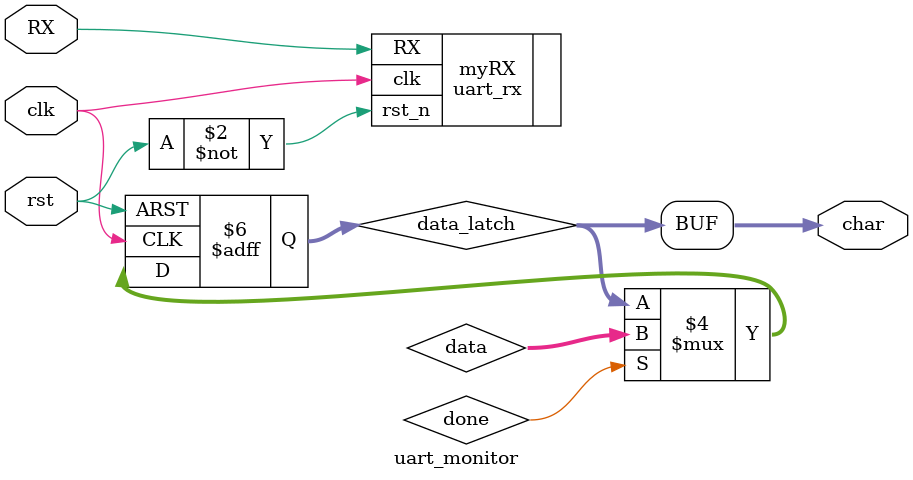
<source format=sv>
module uart_monitor # (
	parameter	CLK_FREQ = 5e7,
	parameter	UART_BPS = 9600
) (
	input	logic			clk,
	input	logic			rst,
	input	logic			RX,
	output	logic [7:0]		char
);

	logic done;
	logic [7:0] data, data_latch;

	always_ff @(posedge clk or posedge rst) begin
		if (rst)
			data_latch <= 8'b0;
		else if (done)
			data_latch <= data;
		else
			data_latch <= data_latch;
	end

	assign char = data_latch;

	uart_rx # (
		.CLK_FREQ	(CLK_FREQ),
		.UART_BPS	(UART_BPS)
	) myRX (
		.clk		(clk),
		.rst_n		(~rst),
		.RX			(RX)
	);
	
endmodule : uart_monitor

</source>
